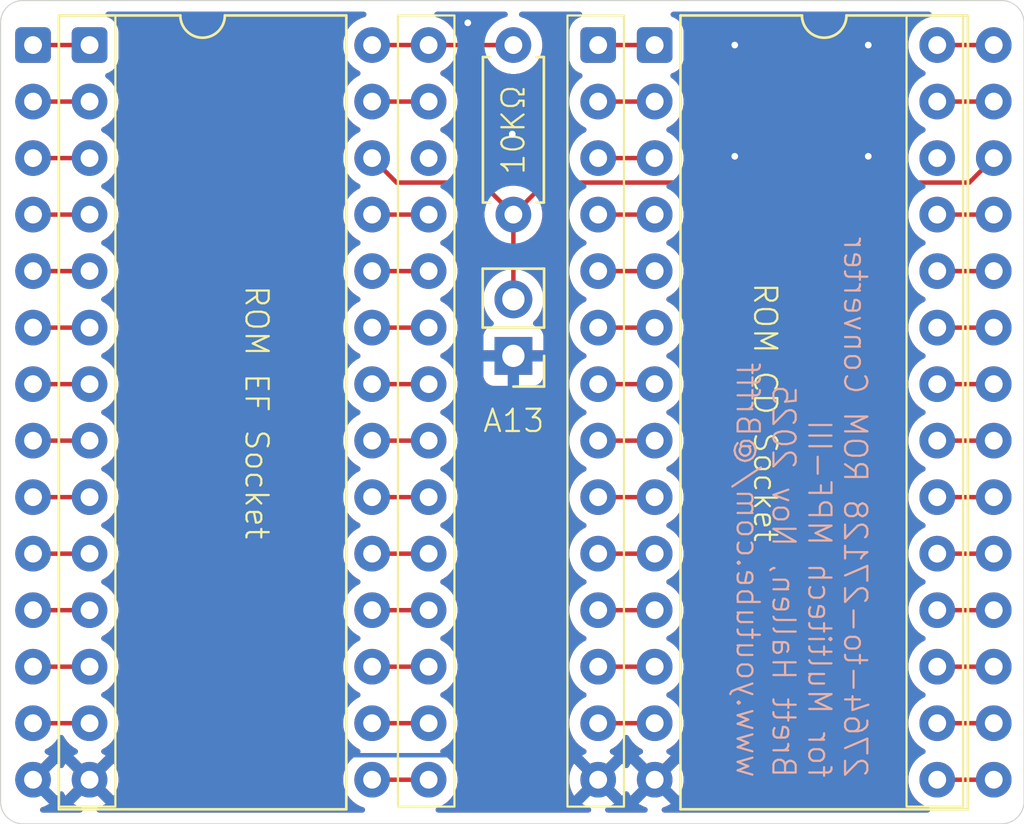
<source format=kicad_pcb>
(kicad_pcb (version 20241229) (generator "pcbnew") (generator_version "9.0")
  (title_block (title "2764 to 27128 Converter for MPF-III") (date "24/11/2025") (rev "A") (company "Brett Hallen") (comment 1 "www.youtube.com/@Brfff"))
  (layers (0 "F.Cu" signal) (2 "B.Cu" signal) (13 "F.Paste" user) (15 "B.Paste" user) (5 "F.SilkS" user "F.Silkscreen") (7 "B.SilkS" user "B.Silkscreen") (1 "F.Mask" user) (3 "B.Mask" user) (25 "Edge.Cuts" user))
  (net 0 "")
  (net 1 "GND")
  (net 2 "A_{13}")
  (net 5 "/~{OE_{CD}}")
  (net 6 "/~{CE_{CD}}")
  (net 7 "/~{CE_{EF}}")
  (net 8 "/~{OE_{EF}}")
  (net 9 "V_{CC CD}")
  (net 10 "/D_{2 CD}")
  (net 11 "/A_{12 CD}")
  (net 12 "/D_{1 CD}")
  (net 13 "/A_{9 CD}")
  (net 14 "/A_{6 CD}")
  (net 15 "/A_{0 CD}")
  (net 16 "/A_{10 CD}")
  (net 17 "/A_{8 CD}")
  (net 18 "/V_{PP CD}")
  (net 19 "/A_{3 CD}")
  (net 20 "/D_{0 CD}")
  (net 21 "/A_{2 CD}")
  (net 22 "/D_{3 CD}")
  (net 23 "/D_{7 CD}")
  (net 24 "/A_{5 CD}")
  (net 25 "/A_{4 CD}")
  (net 26 "/A_{11 CD}")
  (net 27 "/D_{5 CD}")
  (net 28 "/D_{6 CD}")
  (net 29 "/~{PGM_{CD}}")
  (net 30 "/A_{7 CD}")
  (net 31 "/D_{4 CD}")
  (net 32 "/A_{1 CD}")
  (net 33 "/A_{0 EF}")
  (net 34 "/A_{11 EF}")
  (net 35 "/D_{2 EF}")
  (net 36 "/A_{8 EF}")
  (net 37 "/D_{1 EF}")
  (net 38 "/A_{7 EF}")
  (net 39 "/A_{10 EF}")
  (net 40 "/A_{9 EF}")
  (net 41 "/D_{0 EF}")
  (net 42 "/A_{12 EF}")
  (net 43 "/~{PGM_{EF}}")
  (net 44 "/A_{6 EF}")
  (net 45 "/D_{3 EF}")
  (net 46 "/D_{5 EF}")
  (net 47 "/A_{2 EF}")
  (net 48 "/A_{3 EF}")
  (net 49 "/D_{7 EF}")
  (net 50 "/V_{PP EF}")
  (net 51 "/D_{4 EF}")
  (net 52 "/A_{5 EF}")
  (net 53 "/A_{4 EF}")
  (net 54 "V_{CC EF}")
  (net 55 "/D_{6 EF}")
  (net 56 "/A_{1 EF}")
  (footprint "Clueless_Engineer:DIP-28_Adapter" (layer "F.Cu") (at 74.900873 48.422431)
    (property "Reference" "U26" (hide yes))
    (property "Value" "ROM EF Socket" (at 7.509788 16.51 270) (layer "F.SilkS") (effects (font (thickness 0.1))))
    (fp_rect (start -1.38 -1.33) (end 1.16 34.23) (stroke (width 0.1)) (fill no) (layer "F.SilkS"))
    (fp_rect (start 13.86 -1.33) (end 16.4 34.23) (stroke (width 0.1)) (fill no) (layer "F.SilkS"))
    (pad "1" thru_hole roundrect (at 0 0) (size 1.6 1.6) (drill 0.8) (layers "*.Cu" "*.Mask") (roundrect_rratio 0.15625) (net 50 "/V_{PP EF}"))
    (pad "2" thru_hole circle (at 0 2.54) (size 1.6 1.6) (drill 0.8) (layers "*.Cu" "*.Mask") (net 42 "/A_{12 EF}"))
    (pad "3" thru_hole circle (at 0 5.08) (size 1.6 1.6) (drill 0.8) (layers "*.Cu" "*.Mask") (net 38 "/A_{7 EF}"))
    (pad "4" thru_hole circle (at 0 7.62) (size 1.6 1.6) (drill 0.8) (layers "*.Cu" "*.Mask") (net 44 "/A_{6 EF}"))
    (pad "5" thru_hole circle (at 0 10.16) (size 1.6 1.6) (drill 0.8) (layers "*.Cu" "*.Mask") (net 52 "/A_{5 EF}"))
    (pad "6" thru_hole circle (at 0 12.7) (size 1.6 1.6) (drill 0.8) (layers "*.Cu" "*.Mask") (net 53 "/A_{4 EF}"))
    (pad "7" thru_hole circle (at 0 15.24) (size 1.6 1.6) (drill 0.8) (layers "*.Cu" "*.Mask") (net 48 "/A_{3 EF}"))
    (pad "8" thru_hole circle (at 0 17.78) (size 1.6 1.6) (drill 0.8) (layers "*.Cu" "*.Mask") (net 47 "/A_{2 EF}"))
    (pad "9" thru_hole circle (at 0 20.32) (size 1.6 1.6) (drill 0.8) (layers "*.Cu" "*.Mask") (net 56 "/A_{1 EF}"))
    (pad "10" thru_hole circle (at 0 22.86) (size 1.6 1.6) (drill 0.8) (layers "*.Cu" "*.Mask") (net 33 "/A_{0 EF}"))
    (pad "11" thru_hole circle (at 0 25.4) (size 1.6 1.6) (drill 0.8) (layers "*.Cu" "*.Mask") (net 41 "/D_{0 EF}"))
    (pad "12" thru_hole circle (at 0 27.94) (size 1.6 1.6) (drill 0.8) (layers "*.Cu" "*.Mask") (net 37 "/D_{1 EF}"))
    (pad "13" thru_hole circle (at 0 30.48) (size 1.6 1.6) (drill 0.8) (layers "*.Cu" "*.Mask") (net 35 "/D_{2 EF}"))
    (pad "14" thru_hole circle (at 0 33.02) (size 1.6 1.6) (drill 0.8) (layers "*.Cu" "*.Mask") (net 1 "GND"))
    (pad "15" thru_hole circle (at 15.24 33.02) (size 1.6 1.6) (drill 0.8) (layers "*.Cu" "*.Mask") (net 45 "/D_{3 EF}"))
    (pad "16" thru_hole circle (at 15.24 30.48) (size 1.6 1.6) (drill 0.8) (layers "*.Cu" "*.Mask") (net 51 "/D_{4 EF}"))
    (pad "17" thru_hole circle (at 15.24 27.94) (size 1.6 1.6) (drill 0.8) (layers "*.Cu" "*.Mask") (net 46 "/D_{5 EF}"))
    (pad "18" thru_hole circle (at 15.24 25.4) (size 1.6 1.6) (drill 0.8) (layers "*.Cu" "*.Mask") (net 55 "/D_{6 EF}"))
    (pad "19" thru_hole circle (at 15.24 22.86) (size 1.6 1.6) (drill 0.8) (layers "*.Cu" "*.Mask") (net 49 "/D_{7 EF}"))
    (pad "20" thru_hole circle (at 15.24 20.32) (size 1.6 1.6) (drill 0.8) (layers "*.Cu" "*.Mask") (net 7 "/~{CE_{EF}}"))
    (pad "21" thru_hole circle (at 15.24 17.78) (size 1.6 1.6) (drill 0.8) (layers "*.Cu" "*.Mask") (net 39 "/A_{10 EF}"))
    (pad "22" thru_hole circle (at 15.24 15.24) (size 1.6 1.6) (drill 0.8) (layers "*.Cu" "*.Mask") (net 8 "/~{OE_{EF}}"))
    (pad "23" thru_hole circle (at 15.24 12.7) (size 1.6 1.6) (drill 0.8) (layers "*.Cu" "*.Mask") (net 34 "/A_{11 EF}"))
    (pad "24" thru_hole circle (at 15.24 10.16) (size 1.6 1.6) (drill 0.8) (layers "*.Cu" "*.Mask") (net 40 "/A_{9 EF}"))
    (pad "25" thru_hole circle (at 15.24 7.62) (size 1.6 1.6) (drill 0.8) (layers "*.Cu" "*.Mask") (net 36 "/A_{8 EF}"))
    (pad "26" thru_hole circle (at 15.24 5.08) (size 1.6 1.6) (drill 0.8) (layers "*.Cu" "*.Mask"))
    (pad "27" thru_hole circle (at 15.24 2.54) (size 1.6 1.6) (drill 0.8) (layers "*.Cu" "*.Mask") (net 43 "/~{PGM_{EF}}"))
    (pad "28" thru_hole circle (at 15.24 0) (size 1.6 1.6) (drill 0.8) (layers "*.Cu" "*.Mask") (net 54 "V_{CC EF}"))
  )
  (footprint "Package_DIP:DIP-28_W15.24mm" (layer "F.Cu") (at 72.360873 48.422431)
    (property "Reference" "U26_1" (hide yes))
    (property "Value" "27128" (hide yes))
    (fp_line (start 1.16 -1.33) (end 1.16 34.35) (stroke (width 0.12)) (layer "F.SilkS"))
    (fp_line (start 1.16 34.35) (end 14.08 34.35) (stroke (width 0.12)) (layer "F.SilkS"))
    (fp_line (start 6.62 -1.33) (end 1.16 -1.33) (stroke (width 0.12)) (layer "F.SilkS"))
    (fp_line (start 14.08 -1.33) (end 8.62 -1.33) (stroke (width 0.12)) (layer "F.SilkS"))
    (fp_line (start 14.08 34.35) (end 14.08 -1.33) (stroke (width 0.12)) (layer "F.SilkS"))
    (fp_arc (start 8.62 -1.33) (mid 7.62 -0.33) (end 6.62 -1.33) (stroke (width 0.12)) (layer "F.SilkS"))
    (pad "1" thru_hole roundrect (at 0 0) (size 1.6 1.6) (drill 0.8) (layers "*.Cu" "*.Mask") (roundrect_rratio 0.15625) (net 50 "/V_{PP EF}"))
    (pad "2" thru_hole circle (at 0 2.54) (size 1.6 1.6) (drill 0.8) (layers "*.Cu" "*.Mask") (net 42 "/A_{12 EF}"))
    (pad "3" thru_hole circle (at 0 5.08) (size 1.6 1.6) (drill 0.8) (layers "*.Cu" "*.Mask") (net 38 "/A_{7 EF}"))
    (pad "4" thru_hole circle (at 0 7.62) (size 1.6 1.6) (drill 0.8) (layers "*.Cu" "*.Mask") (net 44 "/A_{6 EF}"))
    (pad "5" thru_hole circle (at 0 10.16) (size 1.6 1.6) (drill 0.8) (layers "*.Cu" "*.Mask") (net 52 "/A_{5 EF}"))
    (pad "6" thru_hole circle (at 0 12.7) (size 1.6 1.6) (drill 0.8) (layers "*.Cu" "*.Mask") (net 53 "/A_{4 EF}"))
    (pad "7" thru_hole circle (at 0 15.24) (size 1.6 1.6) (drill 0.8) (layers "*.Cu" "*.Mask") (net 48 "/A_{3 EF}"))
    (pad "8" thru_hole circle (at 0 17.78) (size 1.6 1.6) (drill 0.8) (layers "*.Cu" "*.Mask") (net 47 "/A_{2 EF}"))
    (pad "9" thru_hole circle (at 0 20.32) (size 1.6 1.6) (drill 0.8) (layers "*.Cu" "*.Mask") (net 56 "/A_{1 EF}"))
    (pad "10" thru_hole circle (at 0 22.86) (size 1.6 1.6) (drill 0.8) (layers "*.Cu" "*.Mask") (net 33 "/A_{0 EF}"))
    (pad "11" thru_hole circle (at 0 25.4) (size 1.6 1.6) (drill 0.8) (layers "*.Cu" "*.Mask") (net 41 "/D_{0 EF}"))
    (pad "12" thru_hole circle (at 0 27.94) (size 1.6 1.6) (drill 0.8) (layers "*.Cu" "*.Mask") (net 37 "/D_{1 EF}"))
    (pad "13" thru_hole circle (at 0 30.48) (size 1.6 1.6) (drill 0.8) (layers "*.Cu" "*.Mask") (net 35 "/D_{2 EF}"))
    (pad "14" thru_hole circle (at 0 33.02) (size 1.6 1.6) (drill 0.8) (layers "*.Cu" "*.Mask") (net 1 "GND"))
    (pad "15" thru_hole circle (at 15.24 33.02) (size 1.6 1.6) (drill 0.8) (layers "*.Cu" "*.Mask") (net 45 "/D_{3 EF}"))
    (pad "16" thru_hole circle (at 15.24 30.48) (size 1.6 1.6) (drill 0.8) (layers "*.Cu" "*.Mask") (net 51 "/D_{4 EF}"))
    (pad "17" thru_hole circle (at 15.24 27.94) (size 1.6 1.6) (drill 0.8) (layers "*.Cu" "*.Mask") (net 46 "/D_{5 EF}"))
    (pad "18" thru_hole circle (at 15.24 25.4) (size 1.6 1.6) (drill 0.8) (layers "*.Cu" "*.Mask") (net 55 "/D_{6 EF}"))
    (pad "19" thru_hole circle (at 15.24 22.86) (size 1.6 1.6) (drill 0.8) (layers "*.Cu" "*.Mask") (net 49 "/D_{7 EF}"))
    (pad "20" thru_hole circle (at 15.24 20.32) (size 1.6 1.6) (drill 0.8) (layers "*.Cu" "*.Mask") (net 7 "/~{CE_{EF}}"))
    (pad "21" thru_hole circle (at 15.24 17.78) (size 1.6 1.6) (drill 0.8) (layers "*.Cu" "*.Mask") (net 39 "/A_{10 EF}"))
    (pad "22" thru_hole circle (at 15.24 15.24) (size 1.6 1.6) (drill 0.8) (layers "*.Cu" "*.Mask") (net 8 "/~{OE_{EF}}"))
    (pad "23" thru_hole circle (at 15.24 12.7) (size 1.6 1.6) (drill 0.8) (layers "*.Cu" "*.Mask") (net 34 "/A_{11 EF}"))
    (pad "24" thru_hole circle (at 15.24 10.16) (size 1.6 1.6) (drill 0.8) (layers "*.Cu" "*.Mask") (net 40 "/A_{9 EF}"))
    (pad "25" thru_hole circle (at 15.24 7.62) (size 1.6 1.6) (drill 0.8) (layers "*.Cu" "*.Mask") (net 36 "/A_{8 EF}"))
    (pad "26" thru_hole circle (at 15.24 5.08) (size 1.6 1.6) (drill 0.8) (layers "*.Cu" "*.Mask") (net 2 "A_{13}"))
    (pad "27" thru_hole circle (at 15.24 2.54) (size 1.6 1.6) (drill 0.8) (layers "*.Cu" "*.Mask") (net 43 "/~{PGM_{EF}}"))
    (pad "28" thru_hole circle (at 15.24 0) (size 1.6 1.6) (drill 0.8) (layers "*.Cu" "*.Mask") (net 54 "V_{CC EF}"))
  )
  (footprint "Package_DIP:DIP-28_W15.24mm" (layer "F.Cu") (at 100.300873 48.422431)
    (property "Reference" "U25_1" (hide yes))
    (property "Value" "27128" (hide yes))
    (fp_line (start 1.16 -1.33) (end 1.16 34.35) (stroke (width 0.12)) (layer "F.SilkS"))
    (fp_line (start 1.16 34.35) (end 14.08 34.35) (stroke (width 0.12)) (layer "F.SilkS"))
    (fp_line (start 6.62 -1.33) (end 1.16 -1.33) (stroke (width 0.12)) (layer "F.SilkS"))
    (fp_line (start 14.08 -1.33) (end 8.62 -1.33) (stroke (width 0.12)) (layer "F.SilkS"))
    (fp_line (start 14.08 34.35) (end 14.08 -1.33) (stroke (width 0.12)) (layer "F.SilkS"))
    (fp_arc (start 8.62 -1.33) (mid 7.62 -0.33) (end 6.62 -1.33) (stroke (width 0.12)) (layer "F.SilkS"))
    (pad "1" thru_hole roundrect (at 0 0) (size 1.6 1.6) (drill 0.8) (layers "*.Cu" "*.Mask") (roundrect_rratio 0.15625) (net 18 "/V_{PP CD}"))
    (pad "2" thru_hole circle (at 0 2.54) (size 1.6 1.6) (drill 0.8) (layers "*.Cu" "*.Mask") (net 11 "/A_{12 CD}"))
    (pad "3" thru_hole circle (at 0 5.08) (size 1.6 1.6) (drill 0.8) (layers "*.Cu" "*.Mask") (net 30 "/A_{7 CD}"))
    (pad "4" thru_hole circle (at 0 7.62) (size 1.6 1.6) (drill 0.8) (layers "*.Cu" "*.Mask") (net 14 "/A_{6 CD}"))
    (pad "5" thru_hole circle (at 0 10.16) (size 1.6 1.6) (drill 0.8) (layers "*.Cu" "*.Mask") (net 24 "/A_{5 CD}"))
    (pad "6" thru_hole circle (at 0 12.7) (size 1.6 1.6) (drill 0.8) (layers "*.Cu" "*.Mask") (net 25 "/A_{4 CD}"))
    (pad "7" thru_hole circle (at 0 15.24) (size 1.6 1.6) (drill 0.8) (layers "*.Cu" "*.Mask") (net 19 "/A_{3 CD}"))
    (pad "8" thru_hole circle (at 0 17.78) (size 1.6 1.6) (drill 0.8) (layers "*.Cu" "*.Mask") (net 21 "/A_{2 CD}"))
    (pad "9" thru_hole circle (at 0 20.32) (size 1.6 1.6) (drill 0.8) (layers "*.Cu" "*.Mask") (net 32 "/A_{1 CD}"))
    (pad "10" thru_hole circle (at 0 22.86) (size 1.6 1.6) (drill 0.8) (layers "*.Cu" "*.Mask") (net 15 "/A_{0 CD}"))
    (pad "11" thru_hole circle (at 0 25.4) (size 1.6 1.6) (drill 0.8) (layers "*.Cu" "*.Mask") (net 20 "/D_{0 CD}"))
    (pad "12" thru_hole circle (at 0 27.94) (size 1.6 1.6) (drill 0.8) (layers "*.Cu" "*.Mask") (net 12 "/D_{1 CD}"))
    (pad "13" thru_hole circle (at 0 30.48) (size 1.6 1.6) (drill 0.8) (layers "*.Cu" "*.Mask") (net 10 "/D_{2 CD}"))
    (pad "14" thru_hole circle (at 0 33.02) (size 1.6 1.6) (drill 0.8) (layers "*.Cu" "*.Mask") (net 1 "GND"))
    (pad "15" thru_hole circle (at 15.24 33.02) (size 1.6 1.6) (drill 0.8) (layers "*.Cu" "*.Mask") (net 22 "/D_{3 CD}"))
    (pad "16" thru_hole circle (at 15.24 30.48) (size 1.6 1.6) (drill 0.8) (layers "*.Cu" "*.Mask") (net 31 "/D_{4 CD}"))
    (pad "17" thru_hole circle (at 15.24 27.94) (size 1.6 1.6) (drill 0.8) (layers "*.Cu" "*.Mask") (net 27 "/D_{5 CD}"))
    (pad "18" thru_hole circle (at 15.24 25.4) (size 1.6 1.6) (drill 0.8) (layers "*.Cu" "*.Mask") (net 28 "/D_{6 CD}"))
    (pad "19" thru_hole circle (at 15.24 22.86) (size 1.6 1.6) (drill 0.8) (layers "*.Cu" "*.Mask") (net 23 "/D_{7 CD}"))
    (pad "20" thru_hole circle (at 15.24 20.32) (size 1.6 1.6) (drill 0.8) (layers "*.Cu" "*.Mask") (net 6 "/~{CE_{CD}}"))
    (pad "21" thru_hole circle (at 15.24 17.78) (size 1.6 1.6) (drill 0.8) (layers "*.Cu" "*.Mask") (net 16 "/A_{10 CD}"))
    (pad "22" thru_hole circle (at 15.24 15.24) (size 1.6 1.6) (drill 0.8) (layers "*.Cu" "*.Mask") (net 5 "/~{OE_{CD}}"))
    (pad "23" thru_hole circle (at 15.24 12.7) (size 1.6 1.6) (drill 0.8) (layers "*.Cu" "*.Mask") (net 26 "/A_{11 CD}"))
    (pad "24" thru_hole circle (at 15.24 10.16) (size 1.6 1.6) (drill 0.8) (layers "*.Cu" "*.Mask") (net 13 "/A_{9 CD}"))
    (pad "25" thru_hole circle (at 15.24 7.62) (size 1.6 1.6) (drill 0.8) (layers "*.Cu" "*.Mask") (net 17 "/A_{8 CD}"))
    (pad "26" thru_hole circle (at 15.24 5.08) (size 1.6 1.6) (drill 0.8) (layers "*.Cu" "*.Mask") (net 2 "A_{13}"))
    (pad "27" thru_hole circle (at 15.24 2.54) (size 1.6 1.6) (drill 0.8) (layers "*.Cu" "*.Mask") (net 29 "/~{PGM_{CD}}"))
    (pad "28" thru_hole circle (at 15.24 0) (size 1.6 1.6) (drill 0.8) (layers "*.Cu" "*.Mask") (net 9 "V_{CC CD}"))
  )
  (footprint "Resistor_THT:R_Axial_DIN0207_L6.3mm_D2.5mm_P7.62mm_Horizontal" (layer "F.Cu") (at 93.950873 56.042431 90)
    (property "Reference" "R1" (hide yes))
    (property "Value" "10KΩ" (at 3.81 0 90) (layer "F.SilkS") (effects (font (thickness 0.1))))
    (fp_line (start 7.08 -1.37) (end 7.08 -1.04) (stroke (width 0.12)) (layer "F.SilkS"))
    (fp_line (start 0.54 -1.37) (end 7.08 -1.37) (stroke (width 0.12)) (layer "F.SilkS"))
    (fp_line (start 0.54 -1.04) (end 0.54 -1.37) (stroke (width 0.12)) (layer "F.SilkS"))
    (fp_line (start 0.54 1.04) (end 0.54 1.37) (stroke (width 0.12)) (layer "F.SilkS"))
    (fp_line (start 7.08 1.37) (end 7.08 1.04) (stroke (width 0.12)) (layer "F.SilkS"))
    (fp_line (start 0.54 1.37) (end 7.08 1.37) (stroke (width 0.12)) (layer "F.SilkS"))
    (pad "1" thru_hole circle (at 0 0 90) (size 1.6 1.6) (drill 0.8) (layers "*.Cu" "*.Mask") (net 2 "A_{13}"))
    (pad "2" thru_hole circle (at 7.62 0 90) (size 1.6 1.6) (drill 0.8) (layers "*.Cu" "*.Mask") (net 54 "V_{CC EF}"))
  )
  (footprint "Clueless_Engineer:DIP-28_Adapter" (layer "F.Cu") (at 97.760873 48.422431)
    (property "Reference" "U25" (hide yes))
    (property "Value" "ROM CD Socket" (at 7.509788 16.51 270) (layer "F.SilkS") (effects (font (thickness 0.1))))
    (fp_rect (start -1.38 -1.33) (end 1.16 34.23) (stroke (width 0.1)) (fill no) (layer "F.SilkS"))
    (fp_rect (start 13.86 -1.33) (end 16.4 34.23) (stroke (width 0.1)) (fill no) (layer "F.SilkS"))
    (pad "1" thru_hole roundrect (at 0 0) (size 1.6 1.6) (drill 0.8) (layers "*.Cu" "*.Mask") (roundrect_rratio 0.15625) (net 18 "/V_{PP CD}"))
    (pad "2" thru_hole circle (at 0 2.54) (size 1.6 1.6) (drill 0.8) (layers "*.Cu" "*.Mask") (net 11 "/A_{12 CD}"))
    (pad "3" thru_hole circle (at 0 5.08) (size 1.6 1.6) (drill 0.8) (layers "*.Cu" "*.Mask") (net 30 "/A_{7 CD}"))
    (pad "4" thru_hole circle (at 0 7.62) (size 1.6 1.6) (drill 0.8) (layers "*.Cu" "*.Mask") (net 14 "/A_{6 CD}"))
    (pad "5" thru_hole circle (at 0 10.16) (size 1.6 1.6) (drill 0.8) (layers "*.Cu" "*.Mask") (net 24 "/A_{5 CD}"))
    (pad "6" thru_hole circle (at 0 12.7) (size 1.6 1.6) (drill 0.8) (layers "*.Cu" "*.Mask") (net 25 "/A_{4 CD}"))
    (pad "7" thru_hole circle (at 0 15.24) (size 1.6 1.6) (drill 0.8) (layers "*.Cu" "*.Mask") (net 19 "/A_{3 CD}"))
    (pad "8" thru_hole circle (at 0 17.78) (size 1.6 1.6) (drill 0.8) (layers "*.Cu" "*.Mask") (net 21 "/A_{2 CD}"))
    (pad "9" thru_hole circle (at 0 20.32) (size 1.6 1.6) (drill 0.8) (layers "*.Cu" "*.Mask") (net 32 "/A_{1 CD}"))
    (pad "10" thru_hole circle (at 0 22.86) (size 1.6 1.6) (drill 0.8) (layers "*.Cu" "*.Mask") (net 15 "/A_{0 CD}"))
    (pad "11" thru_hole circle (at 0 25.4) (size 1.6 1.6) (drill 0.8) (layers "*.Cu" "*.Mask") (net 20 "/D_{0 CD}"))
    (pad "12" thru_hole circle (at 0 27.94) (size 1.6 1.6) (drill 0.8) (layers "*.Cu" "*.Mask") (net 12 "/D_{1 CD}"))
    (pad "13" thru_hole circle (at 0 30.48) (size 1.6 1.6) (drill 0.8) (layers "*.Cu" "*.Mask") (net 10 "/D_{2 CD}"))
    (pad "14" thru_hole circle (at 0 33.02) (size 1.6 1.6) (drill 0.8) (layers "*.Cu" "*.Mask") (net 1 "GND"))
    (pad "15" thru_hole circle (at 15.24 33.02) (size 1.6 1.6) (drill 0.8) (layers "*.Cu" "*.Mask") (net 22 "/D_{3 CD}"))
    (pad "16" thru_hole circle (at 15.24 30.48) (size 1.6 1.6) (drill 0.8) (layers "*.Cu" "*.Mask") (net 31 "/D_{4 CD}"))
    (pad "17" thru_hole circle (at 15.24 27.94) (size 1.6 1.6) (drill 0.8) (layers "*.Cu" "*.Mask") (net 27 "/D_{5 CD}"))
    (pad "18" thru_hole circle (at 15.24 25.4) (size 1.6 1.6) (drill 0.8) (layers "*.Cu" "*.Mask") (net 28 "/D_{6 CD}"))
    (pad "19" thru_hole circle (at 15.24 22.86) (size 1.6 1.6) (drill 0.8) (layers "*.Cu" "*.Mask") (net 23 "/D_{7 CD}"))
    (pad "20" thru_hole circle (at 15.24 20.32) (size 1.6 1.6) (drill 0.8) (layers "*.Cu" "*.Mask") (net 6 "/~{CE_{CD}}"))
    (pad "21" thru_hole circle (at 15.24 17.78) (size 1.6 1.6) (drill 0.8) (layers "*.Cu" "*.Mask") (net 16 "/A_{10 CD}"))
    (pad "22" thru_hole circle (at 15.24 15.24) (size 1.6 1.6) (drill 0.8) (layers "*.Cu" "*.Mask") (net 5 "/~{OE_{CD}}"))
    (pad "23" thru_hole circle (at 15.24 12.7) (size 1.6 1.6) (drill 0.8) (layers "*.Cu" "*.Mask") (net 26 "/A_{11 CD}"))
    (pad "24" thru_hole circle (at 15.24 10.16) (size 1.6 1.6) (drill 0.8) (layers "*.Cu" "*.Mask") (net 13 "/A_{9 CD}"))
    (pad "25" thru_hole circle (at 15.24 7.62) (size 1.6 1.6) (drill 0.8) (layers "*.Cu" "*.Mask") (net 17 "/A_{8 CD}"))
    (pad "26" thru_hole circle (at 15.24 5.08) (size 1.6 1.6) (drill 0.8) (layers "*.Cu" "*.Mask"))
    (pad "27" thru_hole circle (at 15.24 2.54) (size 1.6 1.6) (drill 0.8) (layers "*.Cu" "*.Mask") (net 29 "/~{PGM_{CD}}"))
    (pad "28" thru_hole circle (at 15.24 0) (size 1.6 1.6) (drill 0.8) (layers "*.Cu" "*.Mask") (net 9 "V_{CC CD}"))
  )
  (footprint "Connector_PinHeader_2.54mm:PinHeader_1x02_P2.54mm_Vertical" (layer "F.Cu") (at 93.950873 62.392431 180)
    (property "Reference" "J1" (hide yes))
    (property "Value" "A13 Switch" (hide yes))
    (fp_line (start 1.38 1.27) (end 1.38 3.92) (stroke (width 0.12)) (layer "F.SilkS"))
    (fp_line (start -1.38 3.92) (end 1.38 3.92) (stroke (width 0.12)) (layer "F.SilkS"))
    (fp_line (start -1.38 1.27) (end 1.38 1.27) (stroke (width 0.12)) (layer "F.SilkS"))
    (fp_line (start -1.38 1.27) (end -1.38 3.92) (stroke (width 0.12)) (layer "F.SilkS"))
    (fp_line (start -1.38 0) (end -1.38 -1.38) (stroke (width 0.12)) (layer "F.SilkS"))
    (fp_line (start -1.38 -1.38) (end 0 -1.38) (stroke (width 0.12)) (layer "F.SilkS"))
    (pad "1" thru_hole rect (at 0 0 180) (size 1.7 1.7) (drill 1) (layers "*.Cu" "*.Mask") (net 1 "GND"))
    (pad "2" thru_hole circle (at 0 2.54 180) (size 1.7 1.7) (drill 1) (layers "*.Cu" "*.Mask") (net 2 "A_{13}"))
  )
  (gr_arc (start 115.900873 46.422431) (mid 116.607986 46.715317) (end 116.900873 47.422431) (stroke (width 0.05)) (layer "Edge.Cuts"))
  (gr_arc (start 116.900873 82.422431) (mid 116.60798 83.129538) (end 115.900873 83.422431) (stroke (width 0.05)) (layer "Edge.Cuts"))
  (gr_arc (start 71.900873 83.422431) (mid 71.193766 83.129538) (end 70.900873 82.422431) (stroke (width 0.05)) (layer "Edge.Cuts"))
  (gr_line (start 116.900873 47.422431) (end 116.900873 82.422431) (stroke (width 0.05)) (layer "Edge.Cuts"))
  (gr_line (start 71.900873 46.422431) (end 115.900873 46.422431) (stroke (width 0.05)) (layer "Edge.Cuts"))
  (gr_line (start 70.900873 82.422431) (end 70.900873 47.422431) (stroke (width 0.05)) (layer "Edge.Cuts"))
  (gr_line (start 115.900873 83.422431) (end 71.900873 83.422431) (stroke (width 0.05)) (layer "Edge.Cuts"))
  (gr_arc (start 70.900873 47.422431) (mid 71.193754 46.715295) (end 71.900873 46.422431) (stroke (width 0.05)) (layer "Edge.Cuts"))
  (gr_text "A13" (at 92.519921 65.895529 0) (layer "F.SilkS") (effects (font (size 1 1) (thickness 0.1)) (justify left bottom)))
  (gr_text "2764-to-27128 ROM Converter \nfor Multitech MPF-III\nBrett Hallen, Nov 2025\nwww.youtube.com/@Brfff" (at 103.900873 81.422431 270) (layer "B.SilkS") (effects (font (size 1 1) (thickness 0.1)) (justify left bottom mirror)))
  (via (at 93.900873 52.422431) (size 0.6) (drill 0.3) (layers "F.Cu" "B.Cu") (net 1))
  (via (at 109.900873 48.422431) (size 0.6) (drill 0.3) (layers "F.Cu" "B.Cu") (net 1))
  (via (at 103.900873 48.422431) (size 0.6) (drill 0.3) (layers "F.Cu" "B.Cu") (net 1))
  (via (at 91.900873 47.422431) (size 0.6) (drill 0.3) (layers "F.Cu" "B.Cu") (net 1))
  (via (at 109.900873 53.422431) (size 0.6) (drill 0.3) (layers "F.Cu" "B.Cu") (net 1))
  (via (at 103.900873 53.422431) (size 0.6) (drill 0.3) (layers "F.Cu" "B.Cu") (net 1))
  (segment (start 74.900873 81.442431) (end 76.001873 80.341431) (width 0.2) (layer "B.Cu") (net 1))
  (segment (start 76.001873 80.341431) (end 96.659873 80.341431) (width 0.2) (layer "B.Cu") (net 1))
  (segment (start 96.659873 80.341431) (end 97.760873 81.442431) (width 0.2) (layer "B.Cu") (net 1))
  (segment (start 93.950873 59.852431) (end 93.950873 56.042431) (width 0.2) (layer "F.Cu") (net 2))
  (segment (start 93.950873 56.042431) (end 95.389873 54.603431) (width 0.2) (layer "F.Cu") (net 2))
  (segment (start 114.439873 54.603431) (end 115.540873 53.502431) (width 0.2) (layer "F.Cu") (net 2))
  (segment (start 95.389873 54.603431) (end 114.439873 54.603431) (width 0.2) (layer "F.Cu") (net 2))
  (segment (start 87.600873 53.502431) (end 88.701873 54.603431) (width 0.2) (layer "F.Cu") (net 2))
  (segment (start 88.701873 54.603431) (end 92.511873 54.603431) (width 0.2) (layer "F.Cu") (net 2))
  (segment (start 92.511873 54.603431) (end 93.950873 56.042431) (width 0.2) (layer "F.Cu") (net 2))
  (segment (start 115.540873 63.662431) (end 113.000873 63.662431) (width 0.2) (layer "F.Cu") (net 5))
  (segment (start 115.540873 68.742431) (end 113.000873 68.742431) (width 0.2) (layer "F.Cu") (net 6))
  (segment (start 87.600873 68.742431) (end 90.140873 68.742431) (width 0.2) (layer "F.Cu") (net 7))
  (segment (start 87.600873 63.662431) (end 90.140873 63.662431) (width 0.2) (layer "F.Cu") (net 8))
  (segment (start 113.000873 48.422431) (end 115.540873 48.422431) (width 0.2) (layer "F.Cu") (net 9))
  (segment (start 97.760873 78.902431) (end 100.300873 78.902431) (width 0.2) (layer "F.Cu") (net 10))
  (segment (start 97.760873 50.962431) (end 100.300873 50.962431) (width 0.2) (layer "F.Cu") (net 11))
  (segment (start 97.760873 76.362431) (end 100.300873 76.362431) (width 0.2) (layer "F.Cu") (net 12))
  (segment (start 113.000873 58.582431) (end 115.540873 58.582431) (width 0.2) (layer "F.Cu") (net 13))
  (segment (start 97.760873 56.042431) (end 100.300873 56.042431) (width 0.2) (layer "F.Cu") (net 14))
  (segment (start 97.760873 71.282431) (end 100.300873 71.282431) (width 0.2) (layer "F.Cu") (net 15))
  (segment (start 113.000873 66.202431) (end 115.540873 66.202431) (width 0.2) (layer "F.Cu") (net 16))
  (segment (start 113.000873 56.042431) (end 115.540873 56.042431) (width 0.2) (layer "F.Cu") (net 17))
  (segment (start 97.760873 48.422431) (end 100.300873 48.422431) (width 0.2) (layer "F.Cu") (net 18))
  (segment (start 97.760873 63.662431) (end 100.300873 63.662431) (width 0.2) (layer "F.Cu") (net 19))
  (segment (start 97.760873 73.822431) (end 100.300873 73.822431) (width 0.2) (layer "F.Cu") (net 20))
  (segment (start 97.760873 66.202431) (end 100.300873 66.202431) (width 0.2) (layer "F.Cu") (net 21))
  (segment (start 113.000873 81.442431) (end 115.540873 81.442431) (width 0.2) (layer "F.Cu") (net 22))
  (segment (start 113.000873 71.282431) (end 115.540873 71.282431) (width 0.2) (layer "F.Cu") (net 23))
  (segment (start 97.760873 58.582431) (end 100.300873 58.582431) (width 0.2) (layer "F.Cu") (net 24))
  (segment (start 97.760873 61.122431) (end 100.300873 61.122431) (width 0.2) (layer "F.Cu") (net 25))
  (segment (start 113.000873 61.122431) (end 115.540873 61.122431) (width 0.2) (layer "F.Cu") (net 26))
  (segment (start 113.000873 76.362431) (end 115.540873 76.362431) (width 0.2) (layer "F.Cu") (net 27))
  (segment (start 115.540873 73.822431) (end 113.000873 73.822431) (width 0.2) (layer "F.Cu") (net 28))
  (segment (start 113.000873 50.962431) (end 115.540873 50.962431) (width 0.2) (layer "F.Cu") (net 29))
  (segment (start 97.760873 53.502431) (end 100.300873 53.502431) (width 0.2) (layer "F.Cu") (net 30))
  (segment (start 115.540873 78.902431) (end 113.000873 78.902431) (width 0.2) (layer "F.Cu") (net 31))
  (segment (start 97.760873 68.742431) (end 100.300873 68.742431) (width 0.2) (layer "F.Cu") (net 32))
  (segment (start 72.360873 71.282431) (end 74.900873 71.282431) (width 0.2) (layer "F.Cu") (net 33))
  (segment (start 87.600873 61.122431) (end 90.140873 61.122431) (width 0.2) (layer "F.Cu") (net 34))
  (segment (start 72.360873 78.902431) (end 74.900873 78.902431) (width 0.2) (layer "F.Cu") (net 35))
  (segment (start 87.600873 56.042431) (end 90.140873 56.042431) (width 0.2) (layer "F.Cu") (net 36))
  (segment (start 72.360873 76.362431) (end 74.900873 76.362431) (width 0.2) (layer "F.Cu") (net 37))
  (segment (start 72.360873 53.502431) (end 74.900873 53.502431) (width 0.2) (layer "F.Cu") (net 38))
  (segment (start 87.600873 66.202431) (end 90.140873 66.202431) (width 0.2) (layer "F.Cu") (net 39))
  (segment (start 87.600873 58.582431) (end 90.140873 58.582431) (width 0.2) (layer "F.Cu") (net 40))
  (segment (start 72.360873 73.822431) (end 74.900873 73.822431) (width 0.2) (layer "F.Cu") (net 41))
  (segment (start 72.360873 50.962431) (end 74.900873 50.962431) (width 0.2) (layer "F.Cu") (net 42))
  (segment (start 87.600873 50.962431) (end 90.140873 50.962431) (width 0.2) (layer "F.Cu") (net 43))
  (segment (start 72.360873 56.042431) (end 74.900873 56.042431) (width 0.2) (layer "F.Cu") (net 44))
  (segment (start 87.600873 81.442431) (end 90.140873 81.442431) (width 0.2) (layer "F.Cu") (net 45))
  (segment (start 87.600873 76.362431) (end 90.140873 76.362431) (width 0.2) (layer "F.Cu") (net 46))
  (segment (start 72.360873 66.202431) (end 74.900873 66.202431) (width 0.2) (layer "F.Cu") (net 47))
  (segment (start 72.360873 63.662431) (end 74.900873 63.662431) (width 0.2) (layer "F.Cu") (net 48))
  (segment (start 87.600873 71.282431) (end 90.140873 71.282431) (width 0.2) (layer "F.Cu") (net 49))
  (segment (start 72.360873 48.422431) (end 74.900873 48.422431) (width 0.2) (layer "F.Cu") (net 50))
  (segment (start 87.600873 78.902431) (end 90.140873 78.902431) (width 0.2) (layer "F.Cu") (net 51))
  (segment (start 72.360873 58.582431) (end 74.900873 58.582431) (width 0.2) (layer "F.Cu") (net 52))
  (segment (start 72.360873 61.122431) (end 74.900873 61.122431) (width 0.2) (layer "F.Cu") (net 53))
  (segment (start 87.600873 48.422431) (end 93.950873 48.422431) (width 0.2) (layer "F.Cu") (net 54))
  (segment (start 87.600873 73.822431) (end 90.140873 73.822431) (width 0.2) (layer "F.Cu") (net 55))
  (segment (start 72.360873 68.742431) (end 74.900873 68.742431) (width 0.2) (layer "F.Cu") (net 56))
  (zone (net 1) (net_name "GND") (layers "F.Cu" "B.Cu") (connect_pads (clearance 0.5)) (min_thickness 0.25) (fill yes (thermal_gap 0.5) (thermal_bridge_width 0.5))
    (polygon (pts (xy 70.900873 46.422431) (xy 116.900873 46.422431) (xy 116.900873 83.422431) (xy 70.900873 83.422431)))
  )
)
</source>
